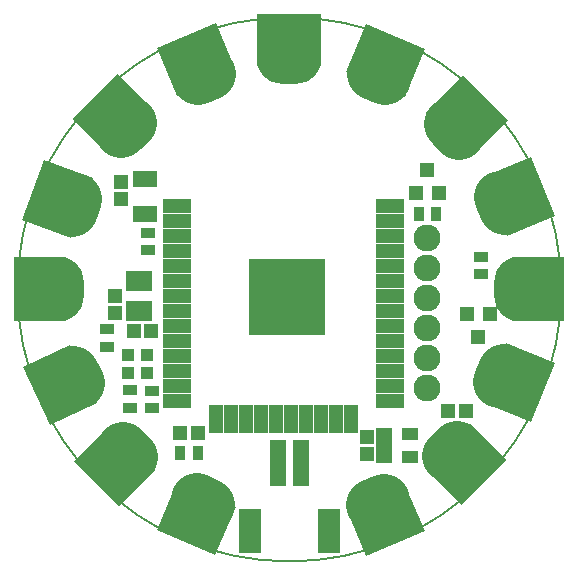
<source format=gbr>
G04 #@! TF.FileFunction,Soldermask,Top*
%FSLAX46Y46*%
G04 Gerber Fmt 4.6, Leading zero omitted, Abs format (unit mm)*
G04 Created by KiCad (PCBNEW 4.0.4-stable) date 01/19/17 13:05:08*
%MOMM*%
%LPD*%
G01*
G04 APERTURE LIST*
%ADD10C,0.100000*%
%ADD11C,0.150000*%
%ADD12C,1.200000*%
%ADD13R,2.400000X1.300000*%
%ADD14R,1.300000X2.400000*%
%ADD15R,6.400000X6.400000*%
%ADD16C,2.279600*%
%ADD17R,2.000000X1.400000*%
%ADD18R,1.150000X1.200000*%
%ADD19R,1.200000X1.150000*%
%ADD20R,1.197560X1.197560*%
%ADD21R,1.200100X1.200100*%
%ADD22R,1.300000X0.900000*%
%ADD23R,0.900000X1.300000*%
%ADD24R,1.460000X1.050000*%
%ADD25R,0.987160X1.087160*%
%ADD26R,2.300000X1.800000*%
%ADD27R,1.395680X3.897580*%
%ADD28R,1.398220X3.897580*%
%ADD29R,1.898600X3.798520*%
%ADD30R,1.898600X3.795980*%
%ADD31C,4.400000*%
%ADD32O,5.500000X4.400000*%
%ADD33O,4.400000X5.500000*%
G04 APERTURE END LIST*
D10*
D11*
X107358112Y-144526000D02*
G75*
G03X107358112Y-144526000I-23030112J0D01*
G01*
D12*
X81788000Y-147574000D03*
X86360000Y-147574000D03*
X85852000Y-145288000D03*
X84074000Y-143764000D03*
X86360000Y-143002000D03*
X84074000Y-145288000D03*
X82042000Y-145288000D03*
D13*
X74820000Y-137498000D03*
X74820000Y-138768000D03*
X74820000Y-140038000D03*
X74820000Y-141308000D03*
X74820000Y-142578000D03*
X74820000Y-143848000D03*
X74820000Y-145118000D03*
X74820000Y-146388000D03*
X74820000Y-147658000D03*
X74820000Y-148928000D03*
X74820000Y-150198000D03*
X74820000Y-151468000D03*
X74820000Y-152738000D03*
X74820000Y-154008000D03*
X92820000Y-137498000D03*
X92820000Y-154008000D03*
X92820000Y-152738000D03*
X92820000Y-151468000D03*
X92820000Y-150198000D03*
X92820000Y-148928000D03*
X92820000Y-147658000D03*
X92820000Y-146388000D03*
X92820000Y-145118000D03*
X92820000Y-143848000D03*
X92820000Y-142578000D03*
X92820000Y-141308000D03*
X92820000Y-140038000D03*
X92820000Y-138768000D03*
D14*
X78105000Y-155498000D03*
X79390000Y-155498000D03*
X80645000Y-155498000D03*
X81915000Y-155498000D03*
X83185000Y-155498000D03*
X84455000Y-155498000D03*
X85725000Y-155498000D03*
X86995000Y-155498000D03*
X88265000Y-155498000D03*
X89535000Y-155498000D03*
D15*
X84120000Y-145198000D03*
D12*
X81788000Y-143002000D03*
D16*
X96012000Y-152908000D03*
X96012000Y-150368000D03*
X96012000Y-147828000D03*
X96012000Y-145288000D03*
X96012000Y-142748000D03*
X96012000Y-140208000D03*
D17*
X72136000Y-138152000D03*
X72136000Y-135152000D03*
D18*
X70104000Y-136894000D03*
X70104000Y-135394000D03*
X69596000Y-145046000D03*
X69596000Y-146546000D03*
D19*
X72632000Y-148082000D03*
X71132000Y-148082000D03*
D18*
X90932000Y-158484000D03*
X90932000Y-156984000D03*
D19*
X97751200Y-154838400D03*
X99251200Y-154838400D03*
D20*
X75095100Y-156667200D03*
X76593700Y-156667200D03*
D21*
X95062000Y-136382760D03*
X96962000Y-136382760D03*
X96012000Y-134383780D03*
X101280000Y-146573240D03*
X99380000Y-146573240D03*
X100330000Y-148572220D03*
D22*
X72390000Y-139712000D03*
X72390000Y-141212000D03*
D23*
X75094400Y-158419800D03*
X76594400Y-158419800D03*
D22*
X70840600Y-154572400D03*
X70840600Y-153072400D03*
X68859400Y-147865400D03*
X68859400Y-149365400D03*
X72720200Y-154597800D03*
X72720200Y-153097800D03*
D23*
X95262000Y-138176000D03*
X96762000Y-138176000D03*
D22*
X100584000Y-143244000D03*
X100584000Y-141744000D03*
D24*
X92372000Y-156784000D03*
X92372000Y-157734000D03*
X92372000Y-158684000D03*
X94572000Y-158684000D03*
X94572000Y-156784000D03*
D25*
X70625200Y-150050200D03*
X70625200Y-151600200D03*
X72275200Y-151600200D03*
X72275200Y-150050200D03*
D26*
X71628000Y-143834000D03*
X71628000Y-146354800D03*
D27*
X83327240Y-159258000D03*
D28*
X85328760Y-159258000D03*
D29*
X80982820Y-165006020D03*
D30*
X87675720Y-165006020D03*
D10*
G36*
X69769948Y-126254782D02*
X72881218Y-129366052D01*
X69062842Y-133184428D01*
X65951572Y-130073158D01*
X69769948Y-126254782D01*
X69769948Y-126254782D01*
G37*
D31*
X70882934Y-130408328D02*
X70105116Y-131186146D01*
D10*
G36*
X69769948Y-126254782D02*
X72881218Y-129366052D01*
X69062842Y-133184428D01*
X65951572Y-130073158D01*
X69769948Y-126254782D01*
X69769948Y-126254782D01*
G37*
G36*
X102853218Y-130221948D02*
X99741948Y-133333218D01*
X95923572Y-129514842D01*
X99034842Y-126403572D01*
X102853218Y-130221948D01*
X102853218Y-130221948D01*
G37*
D31*
X98699672Y-131334934D02*
X97921854Y-130557116D01*
D10*
G36*
X102853218Y-130221948D02*
X99741948Y-133333218D01*
X95923572Y-129514842D01*
X99034842Y-126403572D01*
X102853218Y-130221948D01*
X102853218Y-130221948D01*
G37*
G36*
X95821164Y-124152617D02*
X94101947Y-128202839D01*
X89131220Y-126092891D01*
X90850437Y-122042669D01*
X95821164Y-124152617D01*
X95821164Y-124152617D01*
G37*
D31*
X92386995Y-126740505D02*
X91374439Y-126310701D01*
D10*
G36*
X95821164Y-124152617D02*
X94101947Y-128202839D01*
X89131220Y-126092891D01*
X90850437Y-122042669D01*
X95821164Y-124152617D01*
X95821164Y-124152617D01*
G37*
G36*
X98886052Y-162797218D02*
X95774782Y-159685948D01*
X99593158Y-155867572D01*
X102704428Y-158978842D01*
X98886052Y-162797218D01*
X98886052Y-162797218D01*
G37*
D31*
X97773066Y-158643672D02*
X98550884Y-157865854D01*
D10*
G36*
X98886052Y-162797218D02*
X95774782Y-159685948D01*
X99593158Y-155867572D01*
X102704428Y-158978842D01*
X98886052Y-162797218D01*
X98886052Y-162797218D01*
G37*
G36*
X87028000Y-121244000D02*
X87028000Y-125644000D01*
X81628000Y-125644000D01*
X81628000Y-121244000D01*
X87028000Y-121244000D01*
X87028000Y-121244000D01*
G37*
D32*
X84327999Y-124968000D03*
D10*
G36*
X87028000Y-121244000D02*
X87028000Y-125644000D01*
X81628000Y-125644000D01*
X81628000Y-121244000D01*
X87028000Y-121244000D01*
X87028000Y-121244000D01*
G37*
G36*
X106842092Y-138349757D02*
X102762483Y-139998026D01*
X100739608Y-134991233D01*
X104819217Y-133342964D01*
X106842092Y-138349757D01*
X106842092Y-138349757D01*
G37*
D31*
X102583855Y-137751346D02*
X102171787Y-136731444D01*
D10*
G36*
X106842092Y-138349757D02*
X102762483Y-139998026D01*
X100739608Y-134991233D01*
X104819217Y-133342964D01*
X106842092Y-138349757D01*
X106842092Y-138349757D01*
G37*
G36*
X107610000Y-147226000D02*
X103210000Y-147226000D01*
X103210000Y-141826000D01*
X107610000Y-141826000D01*
X107610000Y-147226000D01*
X107610000Y-147226000D01*
G37*
D33*
X103886000Y-144525999D03*
D10*
G36*
X107610000Y-147226000D02*
X103210000Y-147226000D01*
X103210000Y-141826000D01*
X107610000Y-141826000D01*
X107610000Y-147226000D01*
X107610000Y-147226000D01*
G37*
G36*
X61046000Y-141826000D02*
X65446000Y-141826000D01*
X65446000Y-147226000D01*
X61046000Y-147226000D01*
X61046000Y-141826000D01*
X61046000Y-141826000D01*
G37*
D33*
X64770000Y-144526001D03*
D10*
G36*
X61046000Y-141826000D02*
X65446000Y-141826000D01*
X65446000Y-147226000D01*
X61046000Y-147226000D01*
X61046000Y-141826000D01*
X61046000Y-141826000D01*
G37*
G36*
X63539258Y-133601068D02*
X67673905Y-135105956D01*
X65826996Y-140180296D01*
X61692349Y-138675408D01*
X63539258Y-133601068D01*
X63539258Y-133601068D01*
G37*
D31*
X66303329Y-136895091D02*
X65927107Y-137928753D01*
D10*
G36*
X63539258Y-133601068D02*
X67673905Y-135105956D01*
X65826996Y-140180296D01*
X61692349Y-138675408D01*
X63539258Y-133601068D01*
X63539258Y-133601068D01*
G37*
G36*
X104755517Y-155746026D02*
X100675908Y-154097757D01*
X102698783Y-149090964D01*
X106778392Y-150739233D01*
X104755517Y-155746026D01*
X104755517Y-155746026D01*
G37*
D31*
X102108088Y-152357545D02*
X102520156Y-151337643D01*
D10*
G36*
X104755517Y-155746026D02*
X100675908Y-154097757D01*
X102698783Y-149090964D01*
X106778392Y-150739233D01*
X104755517Y-155746026D01*
X104755517Y-155746026D01*
G37*
G36*
X90810053Y-167064839D02*
X89090836Y-163014617D01*
X94061563Y-160904669D01*
X95780780Y-164954891D01*
X90810053Y-167064839D01*
X90810053Y-167064839D01*
G37*
D31*
X91334057Y-162796807D02*
X92346613Y-162367003D01*
D10*
G36*
X90810053Y-167064839D02*
X89090836Y-163014617D01*
X94061563Y-160904669D01*
X95780780Y-164954891D01*
X90810053Y-167064839D01*
X90810053Y-167064839D01*
G37*
G36*
X73088836Y-164899383D02*
X74808053Y-160849161D01*
X79778780Y-162959109D01*
X78059563Y-167009331D01*
X73088836Y-164899383D01*
X73088836Y-164899383D01*
G37*
D31*
X76523005Y-162311495D02*
X77535561Y-162741299D01*
D10*
G36*
X73088836Y-164899383D02*
X74808053Y-160849161D01*
X79778780Y-162959109D01*
X78059563Y-167009331D01*
X73088836Y-164899383D01*
X73088836Y-164899383D01*
G37*
G36*
X66056782Y-159084052D02*
X69168052Y-155972782D01*
X72986428Y-159791158D01*
X69875158Y-162902428D01*
X66056782Y-159084052D01*
X66056782Y-159084052D01*
G37*
D31*
X70210328Y-157971066D02*
X70988146Y-158748884D01*
D10*
G36*
X66056782Y-159084052D02*
X69168052Y-155972782D01*
X72986428Y-159791158D01*
X69875158Y-162902428D01*
X66056782Y-159084052D01*
X66056782Y-159084052D01*
G37*
G36*
X61742399Y-151112931D02*
X65730153Y-149253411D01*
X68012291Y-154147473D01*
X64024537Y-156006993D01*
X61742399Y-151112931D01*
X61742399Y-151112931D01*
G37*
D31*
X66026119Y-151487664D02*
X66490999Y-152484602D01*
D10*
G36*
X61742399Y-151112931D02*
X65730153Y-149253411D01*
X68012291Y-154147473D01*
X64024537Y-156006993D01*
X61742399Y-151112931D01*
X61742399Y-151112931D01*
G37*
G36*
X78099947Y-121987161D02*
X79819164Y-126037383D01*
X74848437Y-128147331D01*
X73129220Y-124097109D01*
X78099947Y-121987161D01*
X78099947Y-121987161D01*
G37*
D31*
X77575943Y-126255193D02*
X76563387Y-126684997D01*
D10*
G36*
X78099947Y-121987161D02*
X79819164Y-126037383D01*
X74848437Y-128147331D01*
X73129220Y-124097109D01*
X78099947Y-121987161D01*
X78099947Y-121987161D01*
G37*
M02*

</source>
